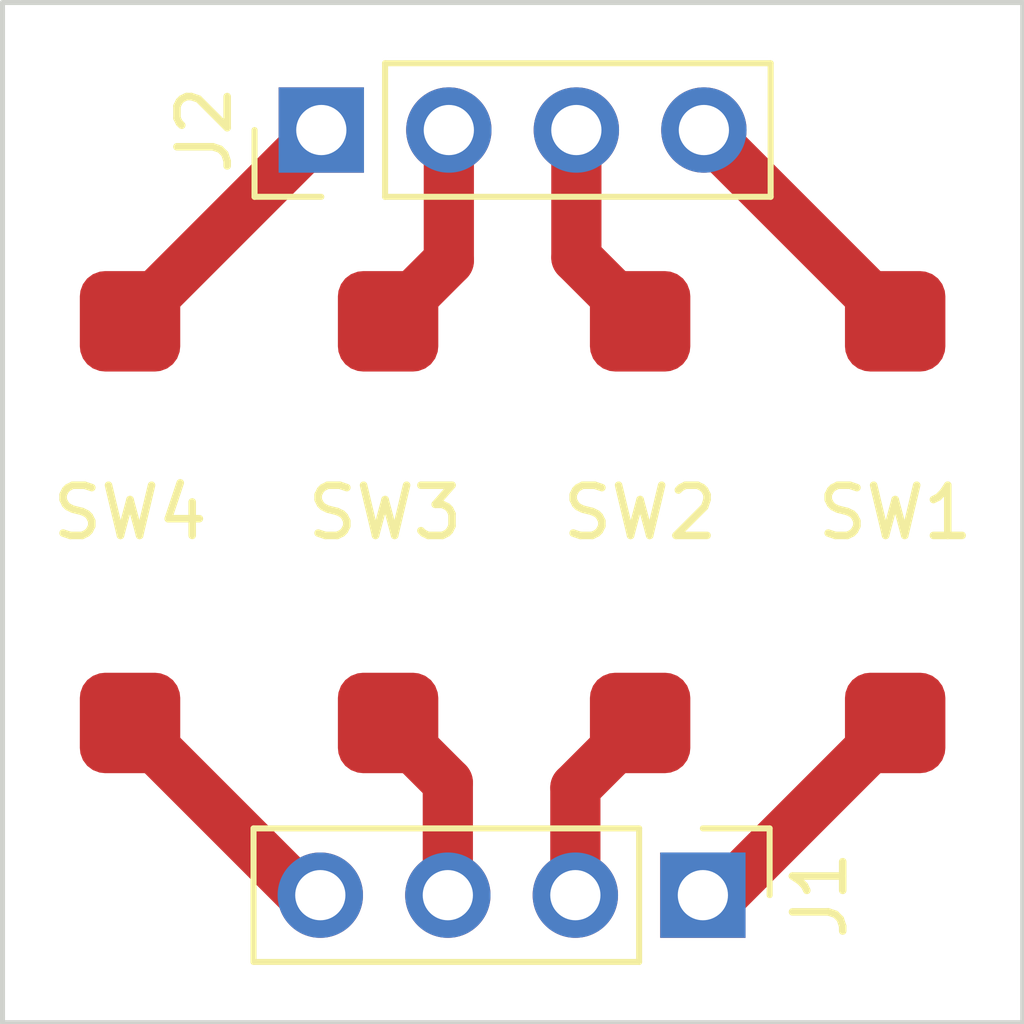
<source format=kicad_pcb>
(kicad_pcb (version 20211014) (generator pcbnew)
  (layers (0 "F.Cu" signal) (31 "B.Cu" signal) (34 "B.Paste" user) (35 "F.Paste" user) (36 "B.SilkS" user "B.Silkscreen") (37 "F.SilkS" user "F.Silkscreen") (38 "B.Mask" user) (39 "F.Mask" user) (44 "Edge.Cuts" user))
  (net 0 "")
  (net 1 "Net-(J1-Pad1)")
  (net 2 "Net-(J2-Pad4)")
  (net 3 "Net-(J1-Pad2)")
  (net 4 "Net-(J2-Pad3)")
  (net 5 "Net-(J1-Pad3)")
  (net 6 "Net-(J2-Pad2)")
  (net 7 "Net-(J1-Pad4)")
  (net 8 "Net-(J2-Pad1)")
  (footprint "Matt:SMD_Button_6mm_3_5mm" (layer "F.Cu") (at 151.13 105.79)
    (fp_text reference "SW2" (at 0 -4.19 unlocked) (layer "F.SilkS"))
    (fp_text value "SW_Push")
    (pad "1" smd roundrect (at 0 0) (size 2 2) (layers "F.Cu" "F.Paste" "F.Mask") (net 3 "Net-(J1-Pad2)"))
    (pad "2" smd roundrect (at 0 -8) (size 2 2) (layers "F.Cu" "F.Paste" "F.Mask") (net 4 "Net-(J2-Pad3)"))
  )
  (footprint "Matt:SMD_Button_6mm_3_5mm" (layer "F.Cu") (at 156.21 105.79)
    (fp_text reference "SW1" (at 0 -4.19 unlocked) (layer "F.SilkS"))
    (fp_text value "SW_Push")
    (pad "1" smd roundrect (at 0 0) (size 2 2) (layers "F.Cu" "F.Paste" "F.Mask") (net 1 "Net-(J1-Pad1)"))
    (pad "2" smd roundrect (at 0 -8) (size 2 2) (layers "F.Cu" "F.Paste" "F.Mask") (net 2 "Net-(J2-Pad4)"))
  )
  (footprint "Matt:SMD_Button_6mm_3_5mm" (layer "F.Cu") (at 146.11 105.79)
    (fp_text reference "SW3" (at -0.06 -4.19 unlocked) (layer "F.SilkS"))
    (fp_text value "SW_Push")
    (pad "1" smd roundrect (at 0 0) (size 2 2) (layers "F.Cu" "F.Paste" "F.Mask") (net 5 "Net-(J1-Pad3)"))
    (pad "2" smd roundrect (at 0 -8) (size 2 2) (layers "F.Cu" "F.Paste" "F.Mask") (net 6 "Net-(J2-Pad2)"))
  )
  (footprint "Connector_PinHeader_2.54mm:PinHeader_1x04_P2.54mm_Vertical" (layer "F.Cu") (at 144.78 93.98 90)
    (fp_text reference "J2" (at 0 -2.33 90) (layer "F.SilkS"))
    (fp_text value "Conn_01x04_Male")
    (fp_line (start -1.33 1.27) (end 1.33 1.27) (layer "F.SilkS") (width 0.12))
    (fp_line (start -1.33 8.95) (end 1.33 8.95) (layer "F.SilkS") (width 0.12))
    (fp_line (start -1.33 0) (end -1.33 -1.33) (layer "F.SilkS") (width 0.12))
    (fp_line (start -1.33 1.27) (end -1.33 8.95) (layer "F.SilkS") (width 0.12))
    (fp_line (start 1.33 1.27) (end 1.33 8.95) (layer "F.SilkS") (width 0.12))
    (fp_line (start -1.33 -1.33) (end 0 -1.33) (layer "F.SilkS") (width 0.12))
    (pad "1" thru_hole rect (at 0 0 90) (size 1.7 1.7) (drill 1) (layers *.Cu *.Mask) (net 8 "Net-(J2-Pad1)"))
    (pad "2" thru_hole oval (at 0 2.54 90) (size 1.7 1.7) (drill 1) (layers *.Cu *.Mask) (net 6 "Net-(J2-Pad2)"))
    (pad "3" thru_hole oval (at 0 5.08 90) (size 1.7 1.7) (drill 1) (layers *.Cu *.Mask) (net 4 "Net-(J2-Pad3)"))
    (pad "4" thru_hole oval (at 0 7.62 90) (size 1.7 1.7) (drill 1) (layers *.Cu *.Mask) (net 2 "Net-(J2-Pad4)"))
  )
  (footprint "Matt:SMD_Button_6mm_3_5mm" (layer "F.Cu") (at 140.97 105.79)
    (fp_text reference "SW4" (at 0 -4.19 unlocked) (layer "F.SilkS"))
    (fp_text value "SW_Push")
    (pad "1" smd roundrect (at 0 0) (size 2 2) (layers "F.Cu" "F.Paste" "F.Mask") (net 7 "Net-(J1-Pad4)"))
    (pad "2" smd roundrect (at 0 -8) (size 2 2) (layers "F.Cu" "F.Paste" "F.Mask") (net 8 "Net-(J2-Pad1)"))
  )
  (footprint "Connector_PinHeader_2.54mm:PinHeader_1x04_P2.54mm_Vertical" (layer "F.Cu") (at 152.38 109.22 -90)
    (fp_text reference "J1" (at 0 -2.33 90) (layer "F.SilkS"))
    (fp_text value "Conn_01x04_Male")
    (fp_line (start -1.33 -1.33) (end 0 -1.33) (layer "F.SilkS") (width 0.12))
    (fp_line (start -1.33 8.95) (end 1.33 8.95) (layer "F.SilkS") (width 0.12))
    (fp_line (start -1.33 1.27) (end -1.33 8.95) (layer "F.SilkS") (width 0.12))
    (fp_line (start -1.33 1.27) (end 1.33 1.27) (layer "F.SilkS") (width 0.12))
    (fp_line (start -1.33 0) (end -1.33 -1.33) (layer "F.SilkS") (width 0.12))
    (fp_line (start 1.33 1.27) (end 1.33 8.95) (layer "F.SilkS") (width 0.12))
    (pad "1" thru_hole rect (at 0 0 270) (size 1.7 1.7) (drill 1) (layers *.Cu *.Mask) (net 1 "Net-(J1-Pad1)"))
    (pad "2" thru_hole oval (at 0 2.54 270) (size 1.7 1.7) (drill 1) (layers *.Cu *.Mask) (net 3 "Net-(J1-Pad2)"))
    (pad "3" thru_hole oval (at 0 5.08 270) (size 1.7 1.7) (drill 1) (layers *.Cu *.Mask) (net 5 "Net-(J1-Pad3)"))
    (pad "4" thru_hole oval (at 0 7.62 270) (size 1.7 1.7) (drill 1) (layers *.Cu *.Mask) (net 7 "Net-(J1-Pad4)"))
  )
  (gr_line (start 158.75 91.44) (end 138.43 91.44) (layer "Edge.Cuts") (width 0.1))
  (gr_line (start 158.75 111.76) (end 158.75 91.44) (layer "Edge.Cuts") (width 0.1))
  (gr_line (start 138.43 91.44) (end 138.43 111.76) (layer "Edge.Cuts") (width 0.1))
  (gr_line (start 138.43 111.76) (end 158.75 111.76) (layer "Edge.Cuts") (width 0.1))
  (segment (start 152.78 109.22) (end 156.21 105.79) (width 1) (layer "F.Cu") (net 1))
  (segment (start 152.38 109.22) (end 152.78 109.22) (width 1) (layer "F.Cu") (net 1))
  (segment (start 152.4 93.98) (end 156.21 97.79) (width 1) (layer "F.Cu") (net 2))
  (segment (start 149.84 109.22) (end 149.84 107.08) (width 1) (layer "F.Cu") (net 3))
  (segment (start 149.84 107.08) (end 151.13 105.79) (width 1) (layer "F.Cu") (net 3))
  (segment (start 149.86 93.98) (end 149.86 96.52) (width 1) (layer "F.Cu") (net 4))
  (segment (start 149.86 96.52) (end 151.13 97.79) (width 1) (layer "F.Cu") (net 4))
  (segment (start 147.3 106.98) (end 146.11 105.79) (width 1) (layer "F.Cu") (net 5))
  (segment (start 147.3 109.22) (end 147.3 106.98) (width 1) (layer "F.Cu") (net 5))
  (segment (start 147.32 96.58) (end 147.32 93.98) (width 1) (layer "F.Cu") (net 6))
  (segment (start 146.11 97.79) (end 147.32 96.58) (width 1) (layer "F.Cu") (net 6))
  (segment (start 144.4 109.22) (end 140.97 105.79) (width 1) (layer "F.Cu") (net 7))
  (segment (start 144.76 109.22) (end 144.4 109.22) (width 1) (layer "F.Cu") (net 7))
  (segment (start 140.97 97.79) (end 144.78 93.98) (width 1) (layer "F.Cu") (net 8))
)
</source>
